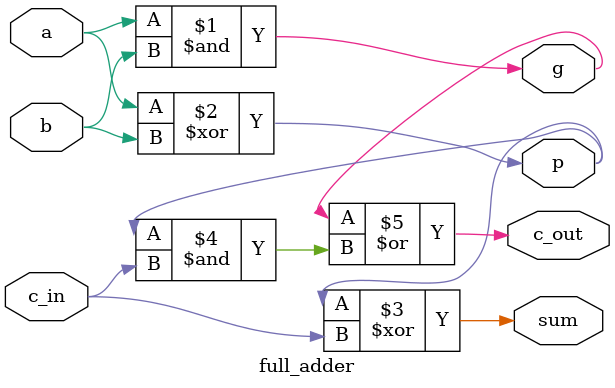
<source format=sv>
module full_adder
(
    input logic a, b, c_in,
    output logic g, p, sum, c_out
);

assign g = a & b;
assign p = a ^ b;
assign sum = p ^ c_in;
assign c_out = g | (p & c_in);
endmodule
</source>
